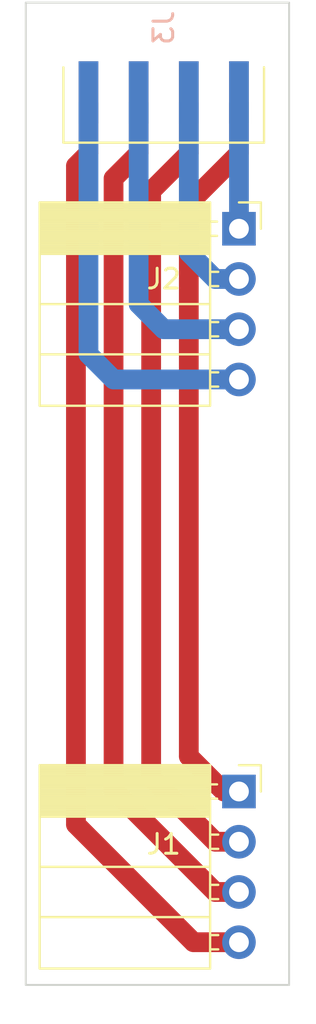
<source format=kicad_pcb>
(kicad_pcb (version 20211014) (generator pcbnew)
  (layers (0 "F.Cu" signal) (31 "B.Cu" signal) (34 "B.Paste" user) (35 "F.Paste" user) (36 "B.SilkS" user "B.Silkscreen") (37 "F.SilkS" user "F.Silkscreen") (38 "B.Mask" user) (39 "F.Mask" user) (44 "Edge.Cuts" user))
  (net 0 "")
  (net 1 "Net-(J1-Pad1)")
  (net 2 "Net-(J1-Pad2)")
  (net 3 "Net-(J1-Pad3)")
  (net 4 "Net-(J1-Pad4)")
  (net 5 "Net-(J2-Pad1)")
  (net 6 "Net-(J2-Pad2)")
  (net 7 "Net-(J2-Pad3)")
  (net 8 "Net-(J2-Pad4)")
  (footprint "REFERENCES:PinHeader_2x04_P2.54mm_edge" (layer "F.Cu") (at 184.15 40.1 -90)
    (fp_text reference "J3" (at -0.73 0 90) (layer "B.SilkS") (effects (justify mirror)))
    (fp_text value "Conn_01x08")
    (fp_line (start 5.08 5.08) (end 1.27 5.08) (layer "F.SilkS") (width 0.12))
    (fp_line (start 5.08 -5.08) (end 5.08 5.08) (layer "F.SilkS") (width 0.12))
    (fp_line (start 1.27 -5.08) (end 5.08 -5.08) (layer "F.SilkS") (width 0.12))
    (pad "1" smd rect (at 2.54 -3.81 270) (size 3.15 1) (layers "F.Cu" "F.Paste" "F.Mask") (net 1 "Net-(J1-Pad1)"))
    (pad "2" smd rect (at 2.54 -1.27 270) (size 3.15 1) (layers "F.Cu" "F.Paste" "F.Mask") (net 2 "Net-(J1-Pad2)"))
    (pad "3" smd rect (at 2.54 1.27 270) (size 3.15 1) (layers "F.Cu" "F.Paste" "F.Mask") (net 3 "Net-(J1-Pad3)"))
    (pad "4" smd rect (at 2.54 3.81 270) (size 3.15 1) (layers "F.Cu" "F.Paste" "F.Mask") (net 4 "Net-(J1-Pad4)"))
    (pad "5" smd rect (at 2.54 -3.81 270) (size 3.15 1) (layers "B.Cu" "B.Paste" "B.Mask") (net 5 "Net-(J2-Pad1)"))
    (pad "6" smd rect (at 2.54 -1.27 270) (size 3.15 1) (layers "B.Cu" "B.Paste" "B.Mask") (net 6 "Net-(J2-Pad2)"))
    (pad "7" smd rect (at 2.54 1.27 270) (size 3.15 1) (layers "B.Cu" "B.Paste" "B.Mask") (net 7 "Net-(J2-Pad3)"))
    (pad "8" smd rect (at 2.54 3.81 270) (size 3.15 1) (layers "B.Cu" "B.Paste" "B.Mask") (net 8 "Net-(J2-Pad4)"))
  )
  (footprint "Connector_PinSocket_2.54mm:PinSocket_1x04_P2.54mm_Horizontal" (layer "F.Cu") (at 187.96 49.53)
    (fp_text reference "J2" (at -3.81 2.54) (layer "F.SilkS"))
    (fp_text value "Conn_01x04_Female")
    (fp_line (start -10.09 1.1519) (end -1.46 1.1519) (layer "F.SilkS") (width 0.12))
    (fp_line (start -1.46 7.26) (end -1.05 7.26) (layer "F.SilkS") (width 0.12))
    (fp_line (start -10.09 -1.21) (end -1.46 -1.21) (layer "F.SilkS") (width 0.12))
    (fp_line (start -1.46 5.44) (end -1.05 5.44) (layer "F.SilkS") (width 0.12))
    (fp_line (start -1.46 7.98) (end -1.05 7.98) (layer "F.SilkS") (width 0.12))
    (fp_line (start -10.09 -0.147145) (end -1.46 -0.147145) (layer "F.SilkS") (width 0.12))
    (fp_line (start -10.09 -0.383335) (end -1.46 -0.383335) (layer "F.SilkS") (width 0.12))
    (fp_line (start -10.09 0.797615) (end -1.46 0.797615) (layer "F.SilkS") (width 0.12))
    (fp_line (start -10.09 0.91571) (end -1.46 0.91571) (layer "F.SilkS") (width 0.12))
    (fp_line (start -10.09 -1.33) (end -1.46 -1.33) (layer "F.SilkS") (width 0.12))
    (fp_line (start -10.09 -1.091905) (end -1.46 -1.091905) (layer "F.SilkS") (width 0.12))
    (fp_line (start -10.09 0.089045) (end -1.46 0.089045) (layer "F.SilkS") (width 0.12))
    (fp_line (start -10.09 1.033805) (end -1.46 1.033805) (layer "F.SilkS") (width 0.12))
    (fp_line (start -10.09 0.20714) (end -1.46 0.20714) (layer "F.SilkS") (width 0.12))
    (fp_line (start -10.09 -0.97381) (end -1.46 -0.97381) (layer "F.SilkS") (width 0.12))
    (fp_line (start -10.09 -0.73762) (end -1.46 -0.73762) (layer "F.SilkS") (width 0.12))
    (fp_line (start -10.09 0.67952) (end -1.46 0.67952) (layer "F.SilkS") (width 0.12))
    (fp_line (start -10.09 3.81) (end -1.46 3.81) (layer "F.SilkS") (width 0.12))
    (fp_line (start -10.09 -0.50143) (end -1.46 -0.50143) (layer "F.SilkS") (width 0.12))
    (fp_line (start -10.09 1.27) (end -1.46 1.27) (layer "F.SilkS") (width 0.12))
    (fp_line (start -1.46 2.9) (end -1.05 2.9) (layer "F.SilkS") (width 0.12))
    (fp_line (start -10.09 6.35) (end -1.46 6.35) (layer "F.SilkS") (width 0.12))
    (fp_line (start -1.46 2.18) (end -1.05 2.18) (layer "F.SilkS") (width 0.12))
    (fp_line (start -10.09 -1.33) (end -10.09 8.95) (layer "F.SilkS") (width 0.12))
    (fp_line (start -10.09 -0.26524) (end -1.46 -0.26524) (layer "F.SilkS") (width 0.12))
    (fp_line (start -1.46 -1.33) (end -1.46 8.95) (layer "F.SilkS") (width 0.12))
    (fp_line (start -1.46 4.72) (end -1.05 4.72) (layer "F.SilkS") (width 0.12))
    (fp_line (start -10.09 -0.619525) (end -1.46 -0.619525) (layer "F.SilkS") (width 0.12))
    (fp_line (start -1.46 0.36) (end -1.11 0.36) (layer "F.SilkS") (width 0.12))
    (fp_line (start -10.09 0.325235) (end -1.46 0.325235) (layer "F.SilkS") (width 0.12))
    (fp_line (start -10.09 -0.855715) (end -1.46 -0.855715) (layer "F.SilkS") (width 0.12))
    (fp_line (start -10.09 -0.02905) (end -1.46 -0.02905) (layer "F.SilkS") (width 0.12))
    (fp_line (start -10.09 0.44333) (end -1.46 0.44333) (layer "F.SilkS") (width 0.12))
    (fp_line (start 1.11 -1.33) (end 1.11 0) (layer "F.SilkS") (width 0.12))
    (fp_line (start -10.09 8.95) (end -1.46 8.95) (layer "F.SilkS") (width 0.12))
    (fp_line (start -10.09 0.561425) (end -1.46 0.561425) (layer "F.SilkS") (width 0.12))
    (fp_line (start 0 -1.33) (end 1.11 -1.33) (layer "F.SilkS") (width 0.12))
    (fp_line (start -1.46 -0.36) (end -1.11 -0.36) (layer "F.SilkS") (width 0.12))
    (pad "1" thru_hole rect (at 0 0) (size 1.7 1.7) (drill 1) (layers *.Cu *.Mask) (net 5 "Net-(J2-Pad1)"))
    (pad "2" thru_hole oval (at 0 2.54) (size 1.7 1.7) (drill 1) (layers *.Cu *.Mask) (net 6 "Net-(J2-Pad2)"))
    (pad "3" thru_hole oval (at 0 5.08) (size 1.7 1.7) (drill 1) (layers *.Cu *.Mask) (net 7 "Net-(J2-Pad3)"))
    (pad "4" thru_hole oval (at 0 7.62) (size 1.7 1.7) (drill 1) (layers *.Cu *.Mask) (net 8 "Net-(J2-Pad4)"))
  )
  (footprint "Connector_PinSocket_2.54mm:PinSocket_1x04_P2.54mm_Horizontal" (layer "F.Cu") (at 187.96 77.978)
    (fp_text reference "J1" (at -3.81 2.667) (layer "F.SilkS"))
    (fp_text value "Conn_01x04_Female")
    (fp_line (start -1.46 7.98) (end -1.05 7.98) (layer "F.SilkS") (width 0.12))
    (fp_line (start -10.09 0.089045) (end -1.46 0.089045) (layer "F.SilkS") (width 0.12))
    (fp_line (start -1.46 0.36) (end -1.11 0.36) (layer "F.SilkS") (width 0.12))
    (fp_line (start -10.09 -0.619525) (end -1.46 -0.619525) (layer "F.SilkS") (width 0.12))
    (fp_line (start -10.09 0.325235) (end -1.46 0.325235) (layer "F.SilkS") (width 0.12))
    (fp_line (start -10.09 0.91571) (end -1.46 0.91571) (layer "F.SilkS") (width 0.12))
    (fp_line (start -10.09 3.81) (end -1.46 3.81) (layer "F.SilkS") (width 0.12))
    (fp_line (start -10.09 -1.33) (end -10.09 8.95) (layer "F.SilkS") (width 0.12))
    (fp_line (start -1.46 2.9) (end -1.05 2.9) (layer "F.SilkS") (width 0.12))
    (fp_line (start -10.09 -0.97381) (end -1.46 -0.97381) (layer "F.SilkS") (width 0.12))
    (fp_line (start -10.09 0.20714) (end -1.46 0.20714) (layer "F.SilkS") (width 0.12))
    (fp_line (start -10.09 -0.147145) (end -1.46 -0.147145) (layer "F.SilkS") (width 0.12))
    (fp_line (start -10.09 1.033805) (end -1.46 1.033805) (layer "F.SilkS") (width 0.12))
    (fp_line (start -1.46 2.18) (end -1.05 2.18) (layer "F.SilkS") (width 0.12))
    (fp_line (start -10.09 -0.73762) (end -1.46 -0.73762) (layer "F.SilkS") (width 0.12))
    (fp_line (start -10.09 -0.50143) (end -1.46 -0.50143) (layer "F.SilkS") (width 0.12))
    (fp_line (start -1.46 -0.36) (end -1.11 -0.36) (layer "F.SilkS") (width 0.12))
    (fp_line (start -10.09 8.95) (end -1.46 8.95) (layer "F.SilkS") (width 0.12))
    (fp_line (start -1.46 7.26) (end -1.05 7.26) (layer "F.SilkS") (width 0.12))
    (fp_line (start -10.09 0.67952) (end -1.46 0.67952) (layer "F.SilkS") (width 0.12))
    (fp_line (start -1.46 -1.33) (end -1.46 8.95) (layer "F.SilkS") (width 0.12))
    (fp_line (start 0 -1.33) (end 1.11 -1.33) (layer "F.SilkS") (width 0.12))
    (fp_line (start -10.09 -0.26524) (end -1.46 -0.26524) (layer "F.SilkS") (width 0.12))
    (fp_line (start -10.09 -1.33) (end -1.46 -1.33) (layer "F.SilkS") (width 0.12))
    (fp_line (start -10.09 -0.855715) (end -1.46 -0.855715) (layer "F.SilkS") (width 0.12))
    (fp_line (start -10.09 -1.21) (end -1.46 -1.21) (layer "F.SilkS") (width 0.12))
    (fp_line (start -10.09 -1.091905) (end -1.46 -1.091905) (layer "F.SilkS") (width 0.12))
    (fp_line (start -10.09 6.35) (end -1.46 6.35) (layer "F.SilkS") (width 0.12))
    (fp_line (start -1.46 5.44) (end -1.05 5.44) (layer "F.SilkS") (width 0.12))
    (fp_line (start -10.09 -0.02905) (end -1.46 -0.02905) (layer "F.SilkS") (width 0.12))
    (fp_line (start -10.09 1.27) (end -1.46 1.27) (layer "F.SilkS") (width 0.12))
    (fp_line (start -10.09 0.561425) (end -1.46 0.561425) (layer "F.SilkS") (width 0.12))
    (fp_line (start -10.09 0.44333) (end -1.46 0.44333) (layer "F.SilkS") (width 0.12))
    (fp_line (start -1.46 4.72) (end -1.05 4.72) (layer "F.SilkS") (width 0.12))
    (fp_line (start -10.09 1.1519) (end -1.46 1.1519) (layer "F.SilkS") (width 0.12))
    (fp_line (start 1.11 -1.33) (end 1.11 0) (layer "F.SilkS") (width 0.12))
    (fp_line (start -10.09 -0.383335) (end -1.46 -0.383335) (layer "F.SilkS") (width 0.12))
    (fp_line (start -10.09 0.797615) (end -1.46 0.797615) (layer "F.SilkS") (width 0.12))
    (pad "1" thru_hole rect (at 0 0) (size 1.7 1.7) (drill 1) (layers *.Cu *.Mask) (net 1 "Net-(J1-Pad1)"))
    (pad "2" thru_hole oval (at 0 2.54) (size 1.7 1.7) (drill 1) (layers *.Cu *.Mask) (net 2 "Net-(J1-Pad2)"))
    (pad "3" thru_hole oval (at 0 5.08) (size 1.7 1.7) (drill 1) (layers *.Cu *.Mask) (net 3 "Net-(J1-Pad3)"))
    (pad "4" thru_hole oval (at 0 7.62) (size 1.7 1.7) (drill 1) (layers *.Cu *.Mask) (net 4 "Net-(J1-Pad4)"))
  )
  (gr_rect (start 177.165 38.1) (end 190.5 87.757) (layer "Edge.Cuts") (width 0.1) (fill none))
  (segment (start 187.96 43.18) (end 187.96 45.72) (width 1) (layer "F.Cu") (net 1))
  (segment (start 185.42 48.26) (end 185.42 76.2) (width 1) (layer "F.Cu") (net 1))
  (segment (start 185.42 76.2) (end 187.198 77.978) (width 1) (layer "F.Cu") (net 1))
  (segment (start 187.96 45.72) (end 185.42 48.26) (width 1) (layer "F.Cu") (net 1))
  (segment (start 187.198 77.978) (end 187.96 77.978) (width 1) (layer "F.Cu") (net 1))
  (segment (start 183.515 47.625) (end 183.515 77.275081) (width 1) (layer "F.Cu") (net 2))
  (segment (start 186.757919 80.518) (end 187.96 80.518) (width 1) (layer "F.Cu") (net 2))
  (segment (start 183.515 77.275081) (end 186.757919 80.518) (width 1) (layer "F.Cu") (net 2))
  (segment (start 185.42 45.72) (end 183.515 47.625) (width 1) (layer "F.Cu") (net 2))
  (segment (start 185.42 43.18) (end 185.42 45.72) (width 1) (layer "F.Cu") (net 2))
  (segment (start 182.88 43.18) (end 182.88 45.72) (width 1) (layer "F.Cu") (net 3))
  (segment (start 181.61 77.910081) (end 186.757919 83.058) (width 1) (layer "F.Cu") (net 3))
  (segment (start 182.88 45.72) (end 181.61 46.99) (width 1) (layer "F.Cu") (net 3))
  (segment (start 186.757919 83.058) (end 187.96 83.058) (width 1) (layer "F.Cu") (net 3))
  (segment (start 181.61 46.99) (end 181.61 77.910081) (width 1) (layer "F.Cu") (net 3))
  (segment (start 179.705 46.355) (end 179.705 79.64496) (width 1) (layer "F.Cu") (net 4))
  (segment (start 179.705 79.64496) (end 185.65804 85.598) (width 1) (layer "F.Cu") (net 4))
  (segment (start 180.34 43.18) (end 180.34 45.72) (width 1) (layer "F.Cu") (net 4))
  (segment (start 180.34 45.72) (end 179.705 46.355) (width 1) (layer "F.Cu") (net 4))
  (segment (start 185.65804 85.598) (end 187.96 85.598) (width 1) (layer "F.Cu") (net 4))
  (segment (start 187.96 43.18) (end 187.96 49.53) (width 1) (layer "B.Cu") (net 5))
  (segment (start 185.42 43.18) (end 185.42 50.732081) (width 1) (layer "B.Cu") (net 6))
  (segment (start 185.42 50.732081) (end 186.757919 52.07) (width 1) (layer "B.Cu") (net 6))
  (segment (start 186.757919 52.07) (end 187.96 52.07) (width 1) (layer "B.Cu") (net 6))
  (segment (start 182.88 53.34) (end 184.15 54.61) (width 1) (layer "B.Cu") (net 7))
  (segment (start 182.88 43.18) (end 182.88 53.34) (width 1) (layer "B.Cu") (net 7))
  (segment (start 184.15 54.61) (end 187.96 54.61) (width 1) (layer "B.Cu") (net 7))
  (segment (start 180.34 55.88) (end 181.61 57.15) (width 1) (layer "B.Cu") (net 8))
  (segment (start 180.34 43.18) (end 180.34 55.88) (width 1) (layer "B.Cu") (net 8))
  (segment (start 181.61 57.15) (end 187.96 57.15) (width 1) (layer "B.Cu") (net 8))
)
</source>
